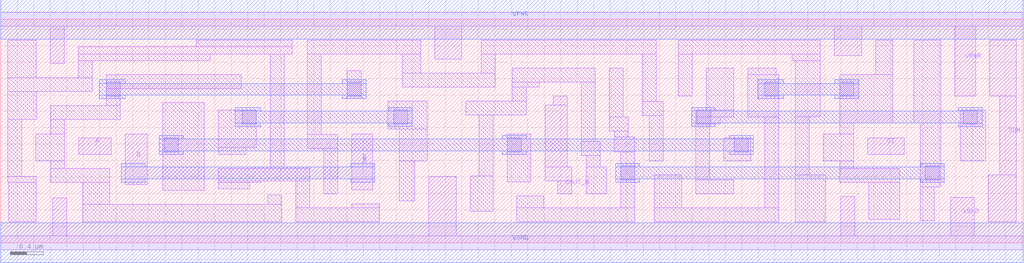
<source format=lef>
# Copyright 2020 The SkyWater PDK Authors
#
# Licensed under the Apache License, Version 2.0 (the "License");
# you may not use this file except in compliance with the License.
# You may obtain a copy of the License at
#
#     https://www.apache.org/licenses/LICENSE-2.0
#
# Unless required by applicable law or agreed to in writing, software
# distributed under the License is distributed on an "AS IS" BASIS,
# WITHOUT WARRANTIES OR CONDITIONS OF ANY KIND, either express or implied.
# See the License for the specific language governing permissions and
# limitations under the License.
#
# SPDX-License-Identifier: Apache-2.0

VERSION 5.5 ;
NAMESCASESENSITIVE ON ;
BUSBITCHARS "[]" ;
DIVIDERCHAR "/" ;
MACRO sky130_fd_sc_hd__fahcon_1
  CLASS CORE ;
  SOURCE USER ;
  ORIGIN  0.000000  0.000000 ;
  SIZE  12.42000 BY  2.720000 ;
  SYMMETRY X Y R90 ;
  SITE unithd ;
  PIN A
    ANTENNAGATEAREA  0.247500 ;
    DIRECTION INPUT ;
    USE SIGNAL ;
    PORT
      LAYER li1 ;
        RECT 0.950000 1.075000 1.340000 1.275000 ;
    END
  END A
  PIN B
    ANTENNAGATEAREA  0.937500 ;
    DIRECTION INPUT ;
    USE SIGNAL ;
    PORT
      LAYER li1 ;
        RECT 1.510000 0.710000 1.780000 1.325000 ;
    END
    PORT
      LAYER li1 ;
        RECT 4.265000 0.645000 4.515000 1.325000 ;
    END
    PORT
      LAYER met1 ;
        RECT 1.465000 0.735000 1.755000 0.780000 ;
        RECT 1.465000 0.780000 4.540000 0.920000 ;
        RECT 1.465000 0.920000 1.755000 0.965000 ;
        RECT 4.250000 0.735000 4.540000 0.780000 ;
        RECT 4.250000 0.920000 4.540000 0.965000 ;
    END
  END B
  PIN CI
    ANTENNAGATEAREA  0.493500 ;
    DIRECTION INPUT ;
    USE SIGNAL ;
    PORT
      LAYER li1 ;
        RECT 10.530000 1.075000 10.975000 1.275000 ;
    END
  END CI
  PIN COUT_N
    ANTENNADIFFAREA  0.402800 ;
    DIRECTION OUTPUT ;
    USE SIGNAL ;
    PORT
      LAYER li1 ;
        RECT 6.610000 0.755000 6.935000 0.925000 ;
        RECT 6.610000 0.925000 6.880000 1.675000 ;
        RECT 6.710000 1.675000 6.880000 1.785000 ;
        RECT 6.765000 0.595000 6.935000 0.755000 ;
    END
  END COUT_N
  PIN SUM
    ANTENNADIFFAREA  0.463750 ;
    DIRECTION OUTPUT ;
    USE SIGNAL ;
    PORT
      LAYER li1 ;
        RECT 11.995000 0.255000 12.335000 0.825000 ;
        RECT 12.010000 1.785000 12.335000 2.465000 ;
        RECT 12.135000 0.825000 12.335000 1.785000 ;
    END
  END SUM
  PIN VGND
    DIRECTION INOUT ;
    SHAPE ABUTMENT ;
    USE GROUND ;
    PORT
      LAYER li1 ;
        RECT  0.000000 -0.085000 12.420000 0.085000 ;
        RECT  0.630000  0.085000  0.800000 0.545000 ;
        RECT  5.200000  0.085000  5.530000 0.805000 ;
        RECT 10.200000  0.085000 10.370000 0.565000 ;
        RECT 11.535000  0.085000 11.825000 0.555000 ;
    END
    PORT
      LAYER met1 ;
        RECT 0.000000 -0.240000 12.420000 0.240000 ;
    END
  END VGND
  PIN VPWR
    DIRECTION INOUT ;
    SHAPE ABUTMENT ;
    USE POWER ;
    PORT
      LAYER li1 ;
        RECT  0.000000 2.635000 12.420000 2.805000 ;
        RECT  0.600000 2.180000  0.770000 2.635000 ;
        RECT  5.270000 2.235000  5.600000 2.635000 ;
        RECT 10.120000 2.275000 10.455000 2.635000 ;
        RECT 11.585000 1.785000 11.840000 2.635000 ;
    END
    PORT
      LAYER met1 ;
        RECT 0.000000 2.480000 12.420000 2.960000 ;
    END
  END VPWR
  OBS
    LAYER li1 ;
      RECT  0.085000 0.735000  0.430000 0.805000 ;
      RECT  0.085000 0.805000  0.255000 1.500000 ;
      RECT  0.085000 1.500000  0.440000 1.840000 ;
      RECT  0.085000 1.840000  1.110000 2.010000 ;
      RECT  0.085000 2.010000  0.430000 2.465000 ;
      RECT  0.100000 0.255000  0.430000 0.735000 ;
      RECT  0.425000 0.995000  0.780000 1.325000 ;
      RECT  0.610000 0.735000  1.325000 0.905000 ;
      RECT  0.610000 0.905000  0.780000 0.995000 ;
      RECT  0.610000 1.325000  0.780000 1.500000 ;
      RECT  0.610000 1.500000  1.450000 1.670000 ;
      RECT  0.940000 2.010000  1.110000 2.215000 ;
      RECT  0.940000 2.215000  2.545000 2.295000 ;
      RECT  0.940000 2.295000  3.540000 2.385000 ;
      RECT  0.995000 0.255000  3.410000 0.465000 ;
      RECT  0.995000 0.465000  1.325000 0.735000 ;
      RECT  1.280000 1.670000  1.450000 1.875000 ;
      RECT  1.280000 1.875000  2.920000 2.045000 ;
      RECT  1.965000 0.635000  2.470000 1.705000 ;
      RECT  2.375000 2.385000  3.540000 2.465000 ;
      RECT  2.640000 0.655000  3.025000 0.735000 ;
      RECT  2.640000 0.735000  3.160000 0.755000 ;
      RECT  2.640000 0.755000  3.750000 0.905000 ;
      RECT  2.640000 1.075000  2.975000 1.160000 ;
      RECT  2.640000 1.160000  3.100000 1.615000 ;
      RECT  3.055000 0.905000  3.750000 0.925000 ;
      RECT  3.240000 0.465000  3.410000 0.585000 ;
      RECT  3.270000 0.925000  3.440000 2.295000 ;
      RECT  3.580000 0.255000  4.595000 0.425000 ;
      RECT  3.580000 0.425000  3.750000 0.755000 ;
      RECT  3.725000 1.150000  4.095000 1.320000 ;
      RECT  3.725000 1.320000  3.895000 2.295000 ;
      RECT  3.725000 2.295000  5.100000 2.465000 ;
      RECT  3.925000 0.595000  4.095000 1.150000 ;
      RECT  4.210000 1.755000  4.380000 2.095000 ;
      RECT  4.265000 0.425000  4.595000 0.475000 ;
      RECT  4.700000 1.385000  5.180000 1.725000 ;
      RECT  4.840000 0.510000  5.030000 0.995000 ;
      RECT  4.840000 0.995000  5.180000 1.385000 ;
      RECT  4.875000 1.895000  6.005000 2.065000 ;
      RECT  4.875000 2.065000  5.100000 2.295000 ;
      RECT  5.645000 1.555000  6.380000 1.725000 ;
      RECT  5.700000 0.380000  5.980000 0.815000 ;
      RECT  5.810000 0.815000  5.980000 1.555000 ;
      RECT  5.835000 2.065000  6.005000 2.295000 ;
      RECT  5.835000 2.295000  7.960000 2.465000 ;
      RECT  6.150000 0.740000  6.435000 1.325000 ;
      RECT  6.210000 1.725000  6.380000 1.895000 ;
      RECT  6.210000 1.895000  6.540000 1.955000 ;
      RECT  6.210000 1.955000  7.220000 2.125000 ;
      RECT  6.265000 0.255000  7.700000 0.425000 ;
      RECT  6.265000 0.425000  6.595000 0.570000 ;
      RECT  7.050000 1.060000  7.280000 1.230000 ;
      RECT  7.050000 1.230000  7.220000 1.955000 ;
      RECT  7.110000 0.595000  7.360000 0.925000 ;
      RECT  7.110000 0.925000  7.280000 1.060000 ;
      RECT  7.390000 1.360000  7.620000 1.530000 ;
      RECT  7.390000 1.530000  7.560000 2.125000 ;
      RECT  7.450000 1.105000  7.700000 1.290000 ;
      RECT  7.450000 1.290000  7.620000 1.360000 ;
      RECT  7.530000 0.425000  7.700000 1.105000 ;
      RECT  7.790000 1.550000  8.045000 1.720000 ;
      RECT  7.790000 1.720000  7.960000 2.295000 ;
      RECT  7.875000 0.995000  8.045000 1.550000 ;
      RECT  7.935000 0.255000  9.450000 0.425000 ;
      RECT  7.935000 0.425000  8.270000 0.825000 ;
      RECT  8.230000 1.785000  8.400000 2.295000 ;
      RECT  8.230000 2.295000  9.950000 2.465000 ;
      RECT  8.440000 0.595000  8.900000 0.765000 ;
      RECT  8.440000 0.765000  8.610000 1.445000 ;
      RECT  8.440000 1.445000  8.740000 1.530000 ;
      RECT  8.440000 1.530000  8.900000 1.615000 ;
      RECT  8.570000 1.615000  8.900000 2.125000 ;
      RECT  8.780000 0.995000  9.110000 1.275000 ;
      RECT  9.070000 1.530000  9.450000 2.045000 ;
      RECT  9.070000 2.045000  9.420000 2.125000 ;
      RECT  9.280000 0.425000  9.450000 1.530000 ;
      RECT  9.620000 2.215000  9.950000 2.295000 ;
      RECT  9.650000 0.255000 10.020000 0.825000 ;
      RECT  9.650000 0.825000  9.820000 1.535000 ;
      RECT  9.650000 1.535000  9.950000 2.215000 ;
      RECT  9.990000 0.995000 10.360000 1.325000 ;
      RECT 10.190000 0.735000 10.920000 0.905000 ;
      RECT 10.190000 0.905000 10.360000 0.995000 ;
      RECT 10.190000 1.325000 10.360000 1.455000 ;
      RECT 10.190000 1.455000 10.835000 2.045000 ;
      RECT 10.540000 0.285000 10.920000 0.735000 ;
      RECT 10.625000 2.045000 10.835000 2.465000 ;
      RECT 11.085000 1.455000 11.415000 2.465000 ;
      RECT 11.165000 0.270000 11.335000 0.680000 ;
      RECT 11.165000 0.680000 11.415000 1.455000 ;
      RECT 11.655000 0.995000 11.965000 1.615000 ;
    LAYER mcon ;
      RECT  1.280000 1.785000  1.450000 1.955000 ;
      RECT  1.985000 1.105000  2.155000 1.275000 ;
      RECT  2.930000 1.445000  3.100000 1.615000 ;
      RECT  4.210000 1.785000  4.380000 1.955000 ;
      RECT  4.770000 1.445000  4.940000 1.615000 ;
      RECT  6.150000 1.105000  6.320000 1.275000 ;
      RECT  7.530000 0.765000  7.700000 0.935000 ;
      RECT  8.450000 1.445000  8.620000 1.615000 ;
      RECT  8.910000 1.105000  9.080000 1.275000 ;
      RECT  9.280000 1.785000  9.450000 1.955000 ;
      RECT 10.190000 1.785000 10.360000 1.955000 ;
      RECT 11.230000 0.765000 11.400000 0.935000 ;
      RECT 11.690000 1.445000 11.860000 1.615000 ;
    LAYER met1 ;
      RECT  1.195000 1.755000  1.510000 1.800000 ;
      RECT  1.195000 1.800000  4.440000 1.940000 ;
      RECT  1.195000 1.940000  1.510000 1.985000 ;
      RECT  1.925000 1.075000  2.215000 1.120000 ;
      RECT  1.925000 1.120000  9.140000 1.260000 ;
      RECT  1.925000 1.260000  2.215000 1.305000 ;
      RECT  2.845000 1.415000  3.160000 1.460000 ;
      RECT  2.845000 1.460000  5.000000 1.600000 ;
      RECT  2.845000 1.600000  3.160000 1.645000 ;
      RECT  4.150000 1.755000  4.440000 1.800000 ;
      RECT  4.150000 1.940000  4.440000 1.985000 ;
      RECT  4.710000 1.415000  5.000000 1.460000 ;
      RECT  4.710000 1.600000  5.000000 1.645000 ;
      RECT  6.090000 1.075000  6.380000 1.120000 ;
      RECT  6.090000 1.260000  6.380000 1.305000 ;
      RECT  7.470000 0.735000  7.760000 0.780000 ;
      RECT  7.470000 0.780000 11.460000 0.920000 ;
      RECT  7.470000 0.920000  7.760000 0.965000 ;
      RECT  8.390000 1.415000  8.680000 1.460000 ;
      RECT  8.390000 1.460000 11.920000 1.600000 ;
      RECT  8.390000 1.600000  8.680000 1.645000 ;
      RECT  8.850000 1.075000  9.140000 1.120000 ;
      RECT  8.850000 1.260000  9.140000 1.305000 ;
      RECT  9.195000 1.755000  9.510000 1.800000 ;
      RECT  9.195000 1.800000 10.420000 1.940000 ;
      RECT  9.195000 1.940000  9.510000 1.985000 ;
      RECT 10.130000 1.755000 10.420000 1.800000 ;
      RECT 10.130000 1.940000 10.420000 1.985000 ;
      RECT 11.170000 0.735000 11.460000 0.780000 ;
      RECT 11.170000 0.920000 11.460000 0.965000 ;
      RECT 11.630000 1.415000 11.920000 1.460000 ;
      RECT 11.630000 1.600000 11.920000 1.645000 ;
  END
END sky130_fd_sc_hd__fahcon_1
END LIBRARY

</source>
